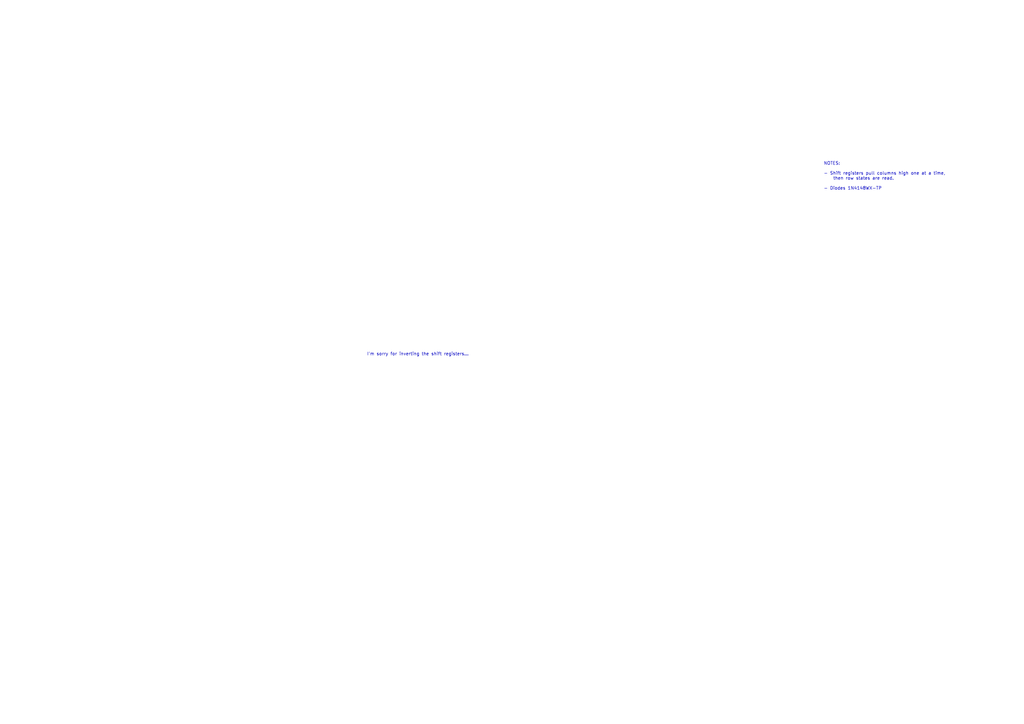
<source format=kicad_sch>
(kicad_sch (version 20230121) (generator eeschema)
  (paper "A3")
  (lib_symbols)
  (text "I'm sorry for inverting the shift registers..." (at 150.495 146.05 0) (effects (font (size 1.27 1.27)) (justify left bottom)))
  (text "NOTES:\n\n- Shift registers pull columns high one at a time,\n    then row states are read.\n\n- Diodes 1N4148WX-TP" (at 337.82 78.105 0) (effects (font (size 1.27 1.27)) (justify left bottom)))
)
</source>
